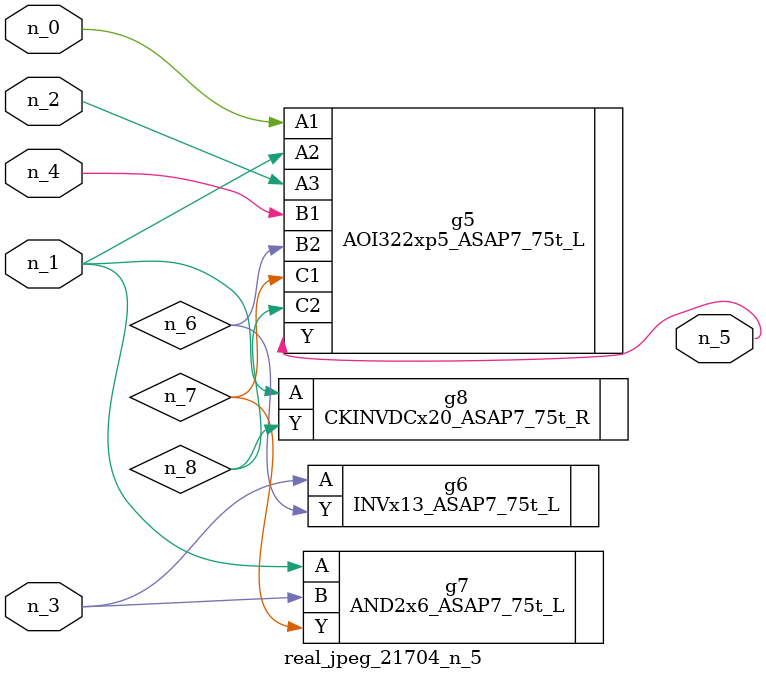
<source format=v>
module real_jpeg_21704_n_5 (n_4, n_0, n_1, n_2, n_3, n_5);

input n_4;
input n_0;
input n_1;
input n_2;
input n_3;

output n_5;

wire n_8;
wire n_6;
wire n_7;

AOI322xp5_ASAP7_75t_L g5 ( 
.A1(n_0),
.A2(n_1),
.A3(n_2),
.B1(n_4),
.B2(n_6),
.C1(n_7),
.C2(n_8),
.Y(n_5)
);

AND2x6_ASAP7_75t_L g7 ( 
.A(n_1),
.B(n_3),
.Y(n_7)
);

CKINVDCx20_ASAP7_75t_R g8 ( 
.A(n_1),
.Y(n_8)
);

INVx13_ASAP7_75t_L g6 ( 
.A(n_3),
.Y(n_6)
);


endmodule
</source>
